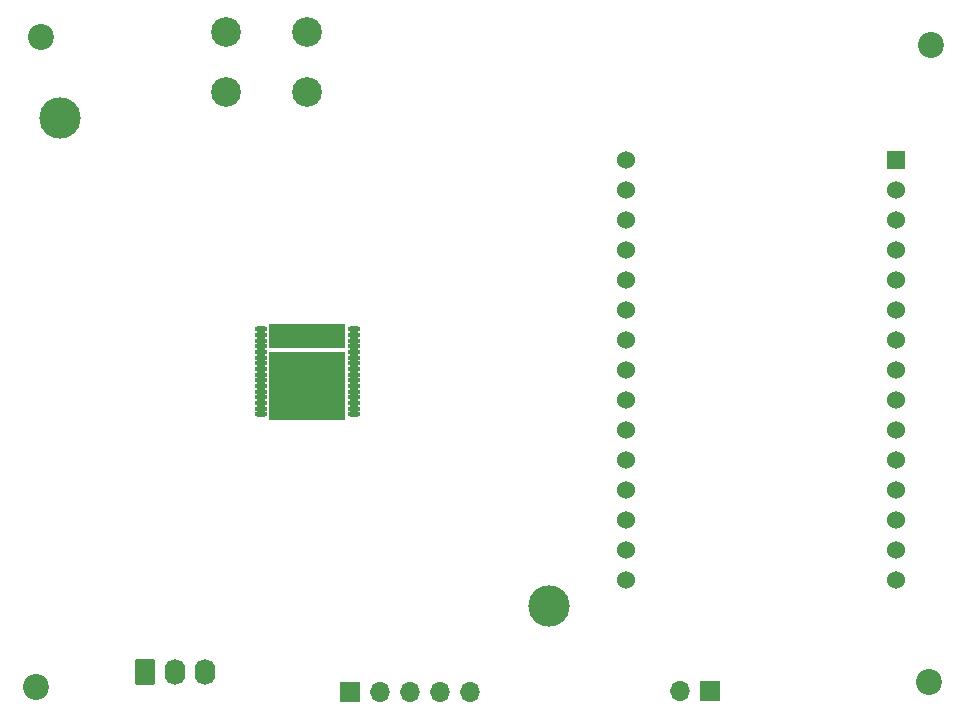
<source format=gbr>
%TF.GenerationSoftware,KiCad,Pcbnew,(6.0.8-1)-1*%
%TF.CreationDate,2022-10-04T16:18:19-04:00*%
%TF.ProjectId,bitaxePro,62697461-7865-4507-926f-2e6b69636164,rev?*%
%TF.SameCoordinates,Original*%
%TF.FileFunction,Soldermask,Bot*%
%TF.FilePolarity,Negative*%
%FSLAX46Y46*%
G04 Gerber Fmt 4.6, Leading zero omitted, Abs format (unit mm)*
G04 Created by KiCad (PCBNEW (6.0.8-1)-1) date 2022-10-04 16:18:19*
%MOMM*%
%LPD*%
G01*
G04 APERTURE LIST*
G04 Aperture macros list*
%AMRoundRect*
0 Rectangle with rounded corners*
0 $1 Rounding radius*
0 $2 $3 $4 $5 $6 $7 $8 $9 X,Y pos of 4 corners*
0 Add a 4 corners polygon primitive as box body*
4,1,4,$2,$3,$4,$5,$6,$7,$8,$9,$2,$3,0*
0 Add four circle primitives for the rounded corners*
1,1,$1+$1,$2,$3*
1,1,$1+$1,$4,$5*
1,1,$1+$1,$6,$7*
1,1,$1+$1,$8,$9*
0 Add four rect primitives between the rounded corners*
20,1,$1+$1,$2,$3,$4,$5,0*
20,1,$1+$1,$4,$5,$6,$7,0*
20,1,$1+$1,$6,$7,$8,$9,0*
20,1,$1+$1,$8,$9,$2,$3,0*%
G04 Aperture macros list end*
%ADD10C,3.500000*%
%ADD11C,2.200000*%
%ADD12R,1.530000X1.530000*%
%ADD13C,1.530000*%
%ADD14R,1.700000X1.700000*%
%ADD15O,1.700000X1.700000*%
%ADD16RoundRect,0.236600X0.295000X0.000000X-0.295000X0.000000X-0.295000X0.000000X0.295000X0.000000X0*%
%ADD17RoundRect,0.101600X3.150000X0.925000X-3.150000X0.925000X-3.150000X-0.925000X3.150000X-0.925000X0*%
%ADD18RoundRect,0.101600X3.150000X2.775000X-3.150000X2.775000X-3.150000X-2.775000X3.150000X-2.775000X0*%
%ADD19C,2.520000*%
%ADD20RoundRect,0.250000X-0.620000X-0.845000X0.620000X-0.845000X0.620000X0.845000X-0.620000X0.845000X0*%
%ADD21O,1.740000X2.190000*%
G04 APERTURE END LIST*
D10*
%TO.C,H2*%
X68364000Y-55924000D03*
%TD*%
%TO.C,H1*%
X109730000Y-97290000D03*
%TD*%
D11*
%TO.C,H6*%
X66780000Y-49050000D03*
%TD*%
%TO.C,H5*%
X66330000Y-104130000D03*
%TD*%
%TO.C,H4*%
X142080000Y-49730000D03*
%TD*%
%TO.C,H3*%
X141930000Y-103680000D03*
%TD*%
D12*
%TO.C,U7*%
X139146500Y-59517800D03*
D13*
X139146500Y-62057800D03*
X139146500Y-64597800D03*
X139146500Y-67137800D03*
X139146500Y-69677800D03*
X139146500Y-72217800D03*
X139146500Y-74757800D03*
X139146500Y-77297800D03*
X139146500Y-79837800D03*
X139146500Y-82377800D03*
X139146500Y-84917800D03*
X139146500Y-87457800D03*
X139146500Y-89997800D03*
X139146500Y-92537800D03*
X139146500Y-95077800D03*
X116286500Y-95077800D03*
X116286500Y-92537800D03*
X116286500Y-89997800D03*
X116286500Y-87457800D03*
X116286500Y-84917800D03*
X116286500Y-82377800D03*
X116286500Y-79837800D03*
X116286500Y-77297800D03*
X116286500Y-74757800D03*
X116286500Y-72217800D03*
X116286500Y-69677800D03*
X116286500Y-67137800D03*
X116286500Y-64597800D03*
X116286500Y-62057800D03*
X116286500Y-59517800D03*
%TD*%
D14*
%TO.C,J3*%
X92950000Y-104520000D03*
D15*
X95490000Y-104520000D03*
X98030000Y-104520000D03*
X100570000Y-104520000D03*
X103110000Y-104520000D03*
%TD*%
D14*
%TO.C,J4*%
X123395000Y-104440000D03*
D15*
X120855000Y-104440000D03*
%TD*%
D16*
%TO.C,IC1*%
X93224600Y-73820000D03*
X93224600Y-74300000D03*
X93224600Y-74780000D03*
X93224600Y-75260000D03*
X93224600Y-75740000D03*
X93224600Y-76220000D03*
X93224600Y-76700000D03*
X93224600Y-77180000D03*
X93224600Y-77660000D03*
X93224600Y-78140000D03*
X93224600Y-78620000D03*
X93224600Y-79100000D03*
X93224600Y-79580000D03*
X93224600Y-80060000D03*
X93224600Y-80540000D03*
X93224600Y-81020000D03*
X85355400Y-81020000D03*
X85355400Y-80540000D03*
X85355400Y-80060000D03*
X85355400Y-79580000D03*
X85355400Y-79100000D03*
X85355400Y-78620000D03*
X85355400Y-78140000D03*
X85355400Y-77660000D03*
X85355400Y-77180000D03*
X85355400Y-76700000D03*
X85355400Y-76220000D03*
X85355400Y-75740000D03*
X85355400Y-75260000D03*
X85355400Y-74780000D03*
X85355400Y-74300000D03*
X85355400Y-73820000D03*
D17*
X89290000Y-74420000D03*
D18*
X89290000Y-78620000D03*
%TD*%
D19*
%TO.C,J1*%
X89290000Y-48640000D03*
X89290000Y-53720000D03*
%TD*%
%TO.C,J2*%
X82380000Y-48640000D03*
X82380000Y-53720000D03*
%TD*%
D20*
%TO.C,J5*%
X75550000Y-102810000D03*
D21*
X78090000Y-102810000D03*
X80630000Y-102810000D03*
%TD*%
M02*

</source>
